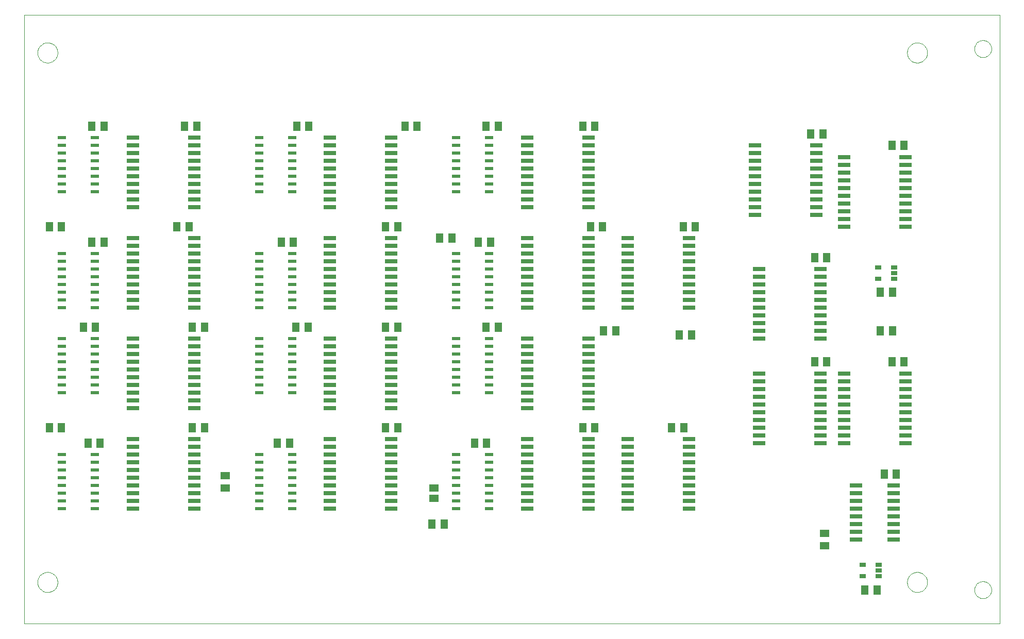
<source format=gtp>
G75*
G70*
%OFA0B0*%
%FSLAX24Y24*%
%IPPOS*%
%LPD*%
%AMOC8*
5,1,8,0,0,1.08239X$1,22.5*
%
%ADD10R,0.0800X0.0260*%
%ADD11R,0.0512X0.0630*%
%ADD12R,0.0390X0.0272*%
%ADD13R,0.0551X0.0236*%
%ADD14C,0.0000*%
%ADD15R,0.0630X0.0512*%
%ADD16R,0.0591X0.0512*%
D10*
X011868Y014870D03*
X011868Y015370D03*
X011868Y015870D03*
X011868Y016370D03*
X011868Y016870D03*
X011868Y017370D03*
X011868Y017870D03*
X011868Y018370D03*
X011868Y018870D03*
X011868Y019370D03*
X011868Y021370D03*
X011868Y021870D03*
X011868Y022370D03*
X011868Y022870D03*
X011868Y023370D03*
X011868Y023870D03*
X011868Y024370D03*
X011868Y024870D03*
X011868Y025370D03*
X011868Y025870D03*
X011868Y027870D03*
X011868Y028370D03*
X011868Y028870D03*
X011868Y029370D03*
X011868Y029870D03*
X011868Y030370D03*
X011868Y030870D03*
X011868Y031370D03*
X011868Y031870D03*
X011868Y032370D03*
X011868Y034370D03*
X011868Y034870D03*
X011868Y035370D03*
X011868Y035870D03*
X011868Y036370D03*
X011868Y036870D03*
X011868Y037370D03*
X011868Y037870D03*
X011868Y038370D03*
X011868Y038870D03*
X015828Y038870D03*
X015828Y038370D03*
X015828Y037870D03*
X015828Y037370D03*
X015828Y036870D03*
X015828Y036370D03*
X015828Y035870D03*
X015828Y035370D03*
X015828Y034870D03*
X015828Y034370D03*
X015828Y032370D03*
X015828Y031870D03*
X015828Y031370D03*
X015828Y030870D03*
X015828Y030370D03*
X015828Y029870D03*
X015828Y029370D03*
X015828Y028870D03*
X015828Y028370D03*
X015828Y027870D03*
X015828Y025870D03*
X015828Y025370D03*
X015828Y024870D03*
X015828Y024370D03*
X015828Y023870D03*
X015828Y023370D03*
X015828Y022870D03*
X015828Y022370D03*
X015828Y021870D03*
X015828Y021370D03*
X015828Y019370D03*
X015828Y018870D03*
X015828Y018370D03*
X015828Y017870D03*
X015828Y017370D03*
X015828Y016870D03*
X015828Y016370D03*
X015828Y015870D03*
X015828Y015370D03*
X015828Y014870D03*
X024618Y014870D03*
X024618Y015370D03*
X024618Y015870D03*
X024618Y016370D03*
X024618Y016870D03*
X024618Y017370D03*
X024618Y017870D03*
X024618Y018370D03*
X024618Y018870D03*
X024618Y019370D03*
X024618Y021370D03*
X024618Y021870D03*
X024618Y022370D03*
X024618Y022870D03*
X024618Y023370D03*
X024618Y023870D03*
X024618Y024370D03*
X024618Y024870D03*
X024618Y025370D03*
X024618Y025870D03*
X024618Y027870D03*
X024618Y028370D03*
X024618Y028870D03*
X024618Y029370D03*
X024618Y029870D03*
X024618Y030370D03*
X024618Y030870D03*
X024618Y031370D03*
X024618Y031870D03*
X024618Y032370D03*
X024618Y034370D03*
X024618Y034870D03*
X024618Y035370D03*
X024618Y035870D03*
X024618Y036370D03*
X024618Y036870D03*
X024618Y037370D03*
X024618Y037870D03*
X024618Y038370D03*
X024618Y038870D03*
X028578Y038870D03*
X028578Y038370D03*
X028578Y037870D03*
X028578Y037370D03*
X028578Y036870D03*
X028578Y036370D03*
X028578Y035870D03*
X028578Y035370D03*
X028578Y034870D03*
X028578Y034370D03*
X028578Y032370D03*
X028578Y031870D03*
X028578Y031370D03*
X028578Y030870D03*
X028578Y030370D03*
X028578Y029870D03*
X028578Y029370D03*
X028578Y028870D03*
X028578Y028370D03*
X028578Y027870D03*
X028578Y025870D03*
X028578Y025370D03*
X028578Y024870D03*
X028578Y024370D03*
X028578Y023870D03*
X028578Y023370D03*
X028578Y022870D03*
X028578Y022370D03*
X028578Y021870D03*
X028578Y021370D03*
X028578Y019370D03*
X028578Y018870D03*
X028578Y018370D03*
X028578Y017870D03*
X028578Y017370D03*
X028578Y016870D03*
X028578Y016370D03*
X028578Y015870D03*
X028578Y015370D03*
X028578Y014870D03*
X037368Y014870D03*
X037368Y015370D03*
X037368Y015870D03*
X037368Y016370D03*
X037368Y016870D03*
X037368Y017370D03*
X037368Y017870D03*
X037368Y018370D03*
X037368Y018870D03*
X037368Y019370D03*
X037368Y021370D03*
X037368Y021870D03*
X037368Y022370D03*
X037368Y022870D03*
X037368Y023370D03*
X037368Y023870D03*
X037368Y024370D03*
X037368Y024870D03*
X037368Y025370D03*
X037368Y025870D03*
X037368Y027870D03*
X037368Y028370D03*
X037368Y028870D03*
X037368Y029370D03*
X037368Y029870D03*
X037368Y030370D03*
X037368Y030870D03*
X037368Y031370D03*
X037368Y031870D03*
X037368Y032370D03*
X037368Y034370D03*
X037368Y034870D03*
X037368Y035370D03*
X037368Y035870D03*
X037368Y036370D03*
X037368Y036870D03*
X037368Y037370D03*
X037368Y037870D03*
X037368Y038370D03*
X037368Y038870D03*
X041328Y038870D03*
X041328Y038370D03*
X041328Y037870D03*
X041328Y037370D03*
X041328Y036870D03*
X041328Y036370D03*
X041328Y035870D03*
X041328Y035370D03*
X041328Y034870D03*
X041328Y034370D03*
X041328Y032370D03*
X041328Y031870D03*
X041328Y031370D03*
X041328Y030870D03*
X041328Y030370D03*
X041328Y029870D03*
X041328Y029370D03*
X041328Y028870D03*
X041328Y028370D03*
X041328Y027870D03*
X043868Y027870D03*
X043868Y028370D03*
X043868Y028870D03*
X043868Y029370D03*
X043868Y029870D03*
X043868Y030370D03*
X043868Y030870D03*
X043868Y031370D03*
X043868Y031870D03*
X043868Y032370D03*
X047828Y032370D03*
X047828Y031870D03*
X047828Y031370D03*
X047828Y030870D03*
X047828Y030370D03*
X047828Y029870D03*
X047828Y029370D03*
X047828Y028870D03*
X047828Y028370D03*
X047828Y027870D03*
X052368Y027870D03*
X052368Y028370D03*
X052368Y028870D03*
X052368Y029370D03*
X052368Y029870D03*
X052368Y030370D03*
X052368Y027370D03*
X052368Y026870D03*
X052368Y026370D03*
X052368Y025870D03*
X052368Y023620D03*
X052368Y023120D03*
X052368Y022620D03*
X052368Y022120D03*
X052368Y021620D03*
X052368Y021120D03*
X052368Y020620D03*
X052368Y020120D03*
X052368Y019620D03*
X052368Y019120D03*
X056328Y019120D03*
X056328Y019620D03*
X056328Y020120D03*
X056328Y020620D03*
X056328Y021120D03*
X056328Y021620D03*
X056328Y022120D03*
X056328Y022620D03*
X056328Y023120D03*
X056328Y023620D03*
X057868Y023620D03*
X057868Y023120D03*
X057868Y022620D03*
X057868Y022120D03*
X057868Y021620D03*
X057868Y021120D03*
X057868Y020620D03*
X057868Y020120D03*
X057868Y019620D03*
X057868Y019120D03*
X058638Y016370D03*
X058638Y015870D03*
X058638Y015370D03*
X058638Y014870D03*
X058638Y014370D03*
X058638Y013870D03*
X058638Y013370D03*
X058638Y012870D03*
X061058Y012870D03*
X061058Y013370D03*
X061058Y013870D03*
X061058Y014370D03*
X061058Y014870D03*
X061058Y015370D03*
X061058Y015870D03*
X061058Y016370D03*
X061828Y019120D03*
X061828Y019620D03*
X061828Y020120D03*
X061828Y020620D03*
X061828Y021120D03*
X061828Y021620D03*
X061828Y022120D03*
X061828Y022620D03*
X061828Y023120D03*
X061828Y023620D03*
X056328Y025870D03*
X056328Y026370D03*
X056328Y026870D03*
X056328Y027370D03*
X056328Y027870D03*
X056328Y028370D03*
X056328Y028870D03*
X056328Y029370D03*
X056328Y029870D03*
X056328Y030370D03*
X057868Y033120D03*
X057868Y033620D03*
X057868Y034120D03*
X057868Y034620D03*
X057868Y035120D03*
X057868Y035620D03*
X057868Y036120D03*
X057868Y036620D03*
X057868Y037120D03*
X057868Y037620D03*
X056078Y037870D03*
X056078Y038370D03*
X056078Y037370D03*
X056078Y036870D03*
X056078Y036370D03*
X056078Y035870D03*
X056078Y035370D03*
X056078Y034870D03*
X056078Y034370D03*
X056078Y033870D03*
X052118Y033870D03*
X052118Y034370D03*
X052118Y034870D03*
X052118Y035370D03*
X052118Y035870D03*
X052118Y036370D03*
X052118Y036870D03*
X052118Y037370D03*
X052118Y037870D03*
X052118Y038370D03*
X061828Y037620D03*
X061828Y037120D03*
X061828Y036620D03*
X061828Y036120D03*
X061828Y035620D03*
X061828Y035120D03*
X061828Y034620D03*
X061828Y034120D03*
X061828Y033620D03*
X061828Y033120D03*
X047828Y019370D03*
X047828Y018870D03*
X047828Y018370D03*
X047828Y017870D03*
X047828Y017370D03*
X047828Y016870D03*
X047828Y016370D03*
X047828Y015870D03*
X047828Y015370D03*
X047828Y014870D03*
X043868Y014870D03*
X043868Y015370D03*
X043868Y015870D03*
X043868Y016370D03*
X043868Y016870D03*
X043868Y017370D03*
X043868Y017870D03*
X043868Y018370D03*
X043868Y018870D03*
X043868Y019370D03*
X041328Y019370D03*
X041328Y018870D03*
X041328Y018370D03*
X041328Y017870D03*
X041328Y017370D03*
X041328Y016870D03*
X041328Y016370D03*
X041328Y015870D03*
X041328Y015370D03*
X041328Y014870D03*
X041328Y021370D03*
X041328Y021870D03*
X041328Y022370D03*
X041328Y022870D03*
X041328Y023370D03*
X041328Y023870D03*
X041328Y024370D03*
X041328Y024870D03*
X041328Y025370D03*
X041328Y025870D03*
D11*
X042304Y026370D03*
X043092Y026370D03*
X047204Y026120D03*
X047992Y026120D03*
X047492Y020120D03*
X046704Y020120D03*
X041742Y020120D03*
X040954Y020120D03*
X034742Y019120D03*
X033954Y019120D03*
X028992Y020120D03*
X028204Y020120D03*
X021992Y019120D03*
X021204Y019120D03*
X016492Y020120D03*
X015704Y020120D03*
X009742Y019120D03*
X008954Y019120D03*
X007242Y020120D03*
X006454Y020120D03*
X008654Y026620D03*
X009442Y026620D03*
X015704Y026620D03*
X016492Y026620D03*
X022404Y026620D03*
X023192Y026620D03*
X028204Y026620D03*
X028992Y026620D03*
X034704Y026620D03*
X035492Y026620D03*
X034992Y032120D03*
X034204Y032120D03*
X032492Y032370D03*
X031704Y032370D03*
X028992Y033120D03*
X028204Y033120D03*
X022242Y032120D03*
X021454Y032120D03*
X015492Y033120D03*
X014704Y033120D03*
X009992Y032120D03*
X009204Y032120D03*
X007242Y033120D03*
X006454Y033120D03*
X009204Y039620D03*
X009992Y039620D03*
X015204Y039620D03*
X015992Y039620D03*
X022454Y039620D03*
X023242Y039620D03*
X029454Y039620D03*
X030242Y039620D03*
X034704Y039620D03*
X035492Y039620D03*
X040954Y039620D03*
X041742Y039620D03*
X041454Y033120D03*
X042242Y033120D03*
X047454Y033120D03*
X048242Y033120D03*
X055954Y031120D03*
X056742Y031120D03*
X060204Y028870D03*
X060992Y028870D03*
X060992Y026370D03*
X060204Y026370D03*
X060954Y024370D03*
X061742Y024370D03*
X056742Y024370D03*
X055954Y024370D03*
X060454Y017120D03*
X061242Y017120D03*
X059992Y009620D03*
X059204Y009620D03*
X031992Y013870D03*
X031204Y013870D03*
X060954Y038370D03*
X061742Y038370D03*
X056492Y039120D03*
X055704Y039120D03*
D12*
X060086Y030494D03*
X060086Y029746D03*
X061106Y029746D03*
X061106Y030120D03*
X061106Y030494D03*
X060106Y011244D03*
X060106Y010870D03*
X060106Y010496D03*
X059086Y010496D03*
X059086Y011244D03*
D13*
X034917Y014870D03*
X034917Y015370D03*
X034917Y015870D03*
X034917Y016370D03*
X034917Y016870D03*
X034917Y017370D03*
X034917Y017870D03*
X034917Y018370D03*
X032779Y018370D03*
X032779Y017870D03*
X032779Y017370D03*
X032779Y016870D03*
X032779Y016370D03*
X032779Y015870D03*
X032779Y015370D03*
X032779Y014870D03*
X032779Y022370D03*
X032779Y022870D03*
X032779Y023370D03*
X032779Y023870D03*
X032779Y024370D03*
X032779Y024870D03*
X032779Y025370D03*
X032779Y025870D03*
X034917Y025870D03*
X034917Y025370D03*
X034917Y024870D03*
X034917Y024370D03*
X034917Y023870D03*
X034917Y023370D03*
X034917Y022870D03*
X034917Y022370D03*
X034917Y027870D03*
X034917Y028370D03*
X034917Y028870D03*
X034917Y029370D03*
X034917Y029870D03*
X034917Y030370D03*
X034917Y030870D03*
X034917Y031370D03*
X032779Y031370D03*
X032779Y030870D03*
X032779Y030370D03*
X032779Y029870D03*
X032779Y029370D03*
X032779Y028870D03*
X032779Y028370D03*
X032779Y027870D03*
X032779Y035370D03*
X032779Y035870D03*
X032779Y036370D03*
X032779Y036870D03*
X032779Y037370D03*
X032779Y037870D03*
X032779Y038370D03*
X032779Y038870D03*
X034917Y038870D03*
X034917Y038370D03*
X034917Y037870D03*
X034917Y037370D03*
X034917Y036870D03*
X034917Y036370D03*
X034917Y035870D03*
X034917Y035370D03*
X022167Y035370D03*
X022167Y035870D03*
X022167Y036370D03*
X022167Y036870D03*
X022167Y037370D03*
X022167Y037870D03*
X022167Y038370D03*
X022167Y038870D03*
X020029Y038870D03*
X020029Y038370D03*
X020029Y037870D03*
X020029Y037370D03*
X020029Y036870D03*
X020029Y036370D03*
X020029Y035870D03*
X020029Y035370D03*
X020029Y031370D03*
X020029Y030870D03*
X020029Y030370D03*
X020029Y029870D03*
X020029Y029370D03*
X020029Y028870D03*
X020029Y028370D03*
X020029Y027870D03*
X022167Y027870D03*
X022167Y028370D03*
X022167Y028870D03*
X022167Y029370D03*
X022167Y029870D03*
X022167Y030370D03*
X022167Y030870D03*
X022167Y031370D03*
X022167Y025870D03*
X022167Y025370D03*
X022167Y024870D03*
X022167Y024370D03*
X022167Y023870D03*
X022167Y023370D03*
X022167Y022870D03*
X022167Y022370D03*
X020029Y022370D03*
X020029Y022870D03*
X020029Y023370D03*
X020029Y023870D03*
X020029Y024370D03*
X020029Y024870D03*
X020029Y025370D03*
X020029Y025870D03*
X020029Y018370D03*
X020029Y017870D03*
X020029Y017370D03*
X020029Y016870D03*
X020029Y016370D03*
X020029Y015870D03*
X020029Y015370D03*
X020029Y014870D03*
X022167Y014870D03*
X022167Y015370D03*
X022167Y015870D03*
X022167Y016370D03*
X022167Y016870D03*
X022167Y017370D03*
X022167Y017870D03*
X022167Y018370D03*
X009417Y018370D03*
X009417Y017870D03*
X009417Y017370D03*
X009417Y016870D03*
X009417Y016370D03*
X009417Y015870D03*
X009417Y015370D03*
X009417Y014870D03*
X007279Y014870D03*
X007279Y015370D03*
X007279Y015870D03*
X007279Y016370D03*
X007279Y016870D03*
X007279Y017370D03*
X007279Y017870D03*
X007279Y018370D03*
X007279Y022370D03*
X007279Y022870D03*
X007279Y023370D03*
X007279Y023870D03*
X007279Y024370D03*
X007279Y024870D03*
X007279Y025370D03*
X007279Y025870D03*
X009417Y025870D03*
X009417Y025370D03*
X009417Y024870D03*
X009417Y024370D03*
X009417Y023870D03*
X009417Y023370D03*
X009417Y022870D03*
X009417Y022370D03*
X009417Y027870D03*
X009417Y028370D03*
X009417Y028870D03*
X009417Y029370D03*
X009417Y029870D03*
X009417Y030370D03*
X009417Y030870D03*
X009417Y031370D03*
X007279Y031370D03*
X007279Y030870D03*
X007279Y030370D03*
X007279Y029870D03*
X007279Y029370D03*
X007279Y028870D03*
X007279Y028370D03*
X007279Y027870D03*
X007279Y035370D03*
X007279Y035870D03*
X007279Y036370D03*
X007279Y036870D03*
X007279Y037370D03*
X007279Y037870D03*
X007279Y038370D03*
X007279Y038870D03*
X009417Y038870D03*
X009417Y038370D03*
X009417Y037870D03*
X009417Y037370D03*
X009417Y036870D03*
X009417Y036370D03*
X009417Y035870D03*
X009417Y035370D03*
D14*
X004848Y046810D02*
X004848Y007430D01*
X067948Y007430D01*
X067948Y046810D01*
X004848Y046810D01*
X005698Y044370D02*
X005700Y044420D01*
X005706Y044470D01*
X005716Y044520D01*
X005729Y044568D01*
X005746Y044616D01*
X005767Y044662D01*
X005791Y044706D01*
X005819Y044748D01*
X005850Y044788D01*
X005884Y044825D01*
X005921Y044860D01*
X005960Y044891D01*
X006001Y044920D01*
X006045Y044945D01*
X006091Y044967D01*
X006138Y044985D01*
X006186Y044999D01*
X006235Y045010D01*
X006285Y045017D01*
X006335Y045020D01*
X006386Y045019D01*
X006436Y045014D01*
X006486Y045005D01*
X006534Y044993D01*
X006582Y044976D01*
X006628Y044956D01*
X006673Y044933D01*
X006716Y044906D01*
X006756Y044876D01*
X006794Y044843D01*
X006829Y044807D01*
X006862Y044768D01*
X006891Y044727D01*
X006917Y044684D01*
X006940Y044639D01*
X006959Y044592D01*
X006974Y044544D01*
X006986Y044495D01*
X006994Y044445D01*
X006998Y044395D01*
X006998Y044345D01*
X006994Y044295D01*
X006986Y044245D01*
X006974Y044196D01*
X006959Y044148D01*
X006940Y044101D01*
X006917Y044056D01*
X006891Y044013D01*
X006862Y043972D01*
X006829Y043933D01*
X006794Y043897D01*
X006756Y043864D01*
X006716Y043834D01*
X006673Y043807D01*
X006628Y043784D01*
X006582Y043764D01*
X006534Y043747D01*
X006486Y043735D01*
X006436Y043726D01*
X006386Y043721D01*
X006335Y043720D01*
X006285Y043723D01*
X006235Y043730D01*
X006186Y043741D01*
X006138Y043755D01*
X006091Y043773D01*
X006045Y043795D01*
X006001Y043820D01*
X005960Y043849D01*
X005921Y043880D01*
X005884Y043915D01*
X005850Y043952D01*
X005819Y043992D01*
X005791Y044034D01*
X005767Y044078D01*
X005746Y044124D01*
X005729Y044172D01*
X005716Y044220D01*
X005706Y044270D01*
X005700Y044320D01*
X005698Y044370D01*
X005698Y010120D02*
X005700Y010170D01*
X005706Y010220D01*
X005716Y010270D01*
X005729Y010318D01*
X005746Y010366D01*
X005767Y010412D01*
X005791Y010456D01*
X005819Y010498D01*
X005850Y010538D01*
X005884Y010575D01*
X005921Y010610D01*
X005960Y010641D01*
X006001Y010670D01*
X006045Y010695D01*
X006091Y010717D01*
X006138Y010735D01*
X006186Y010749D01*
X006235Y010760D01*
X006285Y010767D01*
X006335Y010770D01*
X006386Y010769D01*
X006436Y010764D01*
X006486Y010755D01*
X006534Y010743D01*
X006582Y010726D01*
X006628Y010706D01*
X006673Y010683D01*
X006716Y010656D01*
X006756Y010626D01*
X006794Y010593D01*
X006829Y010557D01*
X006862Y010518D01*
X006891Y010477D01*
X006917Y010434D01*
X006940Y010389D01*
X006959Y010342D01*
X006974Y010294D01*
X006986Y010245D01*
X006994Y010195D01*
X006998Y010145D01*
X006998Y010095D01*
X006994Y010045D01*
X006986Y009995D01*
X006974Y009946D01*
X006959Y009898D01*
X006940Y009851D01*
X006917Y009806D01*
X006891Y009763D01*
X006862Y009722D01*
X006829Y009683D01*
X006794Y009647D01*
X006756Y009614D01*
X006716Y009584D01*
X006673Y009557D01*
X006628Y009534D01*
X006582Y009514D01*
X006534Y009497D01*
X006486Y009485D01*
X006436Y009476D01*
X006386Y009471D01*
X006335Y009470D01*
X006285Y009473D01*
X006235Y009480D01*
X006186Y009491D01*
X006138Y009505D01*
X006091Y009523D01*
X006045Y009545D01*
X006001Y009570D01*
X005960Y009599D01*
X005921Y009630D01*
X005884Y009665D01*
X005850Y009702D01*
X005819Y009742D01*
X005791Y009784D01*
X005767Y009828D01*
X005746Y009874D01*
X005729Y009922D01*
X005716Y009970D01*
X005706Y010020D01*
X005700Y010070D01*
X005698Y010120D01*
X061948Y010120D02*
X061950Y010170D01*
X061956Y010220D01*
X061966Y010270D01*
X061979Y010318D01*
X061996Y010366D01*
X062017Y010412D01*
X062041Y010456D01*
X062069Y010498D01*
X062100Y010538D01*
X062134Y010575D01*
X062171Y010610D01*
X062210Y010641D01*
X062251Y010670D01*
X062295Y010695D01*
X062341Y010717D01*
X062388Y010735D01*
X062436Y010749D01*
X062485Y010760D01*
X062535Y010767D01*
X062585Y010770D01*
X062636Y010769D01*
X062686Y010764D01*
X062736Y010755D01*
X062784Y010743D01*
X062832Y010726D01*
X062878Y010706D01*
X062923Y010683D01*
X062966Y010656D01*
X063006Y010626D01*
X063044Y010593D01*
X063079Y010557D01*
X063112Y010518D01*
X063141Y010477D01*
X063167Y010434D01*
X063190Y010389D01*
X063209Y010342D01*
X063224Y010294D01*
X063236Y010245D01*
X063244Y010195D01*
X063248Y010145D01*
X063248Y010095D01*
X063244Y010045D01*
X063236Y009995D01*
X063224Y009946D01*
X063209Y009898D01*
X063190Y009851D01*
X063167Y009806D01*
X063141Y009763D01*
X063112Y009722D01*
X063079Y009683D01*
X063044Y009647D01*
X063006Y009614D01*
X062966Y009584D01*
X062923Y009557D01*
X062878Y009534D01*
X062832Y009514D01*
X062784Y009497D01*
X062736Y009485D01*
X062686Y009476D01*
X062636Y009471D01*
X062585Y009470D01*
X062535Y009473D01*
X062485Y009480D01*
X062436Y009491D01*
X062388Y009505D01*
X062341Y009523D01*
X062295Y009545D01*
X062251Y009570D01*
X062210Y009599D01*
X062171Y009630D01*
X062134Y009665D01*
X062100Y009702D01*
X062069Y009742D01*
X062041Y009784D01*
X062017Y009828D01*
X061996Y009874D01*
X061979Y009922D01*
X061966Y009970D01*
X061956Y010020D01*
X061950Y010070D01*
X061948Y010120D01*
X066298Y009620D02*
X066300Y009667D01*
X066306Y009713D01*
X066316Y009759D01*
X066329Y009803D01*
X066347Y009847D01*
X066368Y009888D01*
X066392Y009928D01*
X066420Y009966D01*
X066451Y010001D01*
X066485Y010033D01*
X066521Y010062D01*
X066560Y010088D01*
X066600Y010111D01*
X066643Y010130D01*
X066687Y010146D01*
X066732Y010158D01*
X066778Y010166D01*
X066825Y010170D01*
X066871Y010170D01*
X066918Y010166D01*
X066964Y010158D01*
X067009Y010146D01*
X067053Y010130D01*
X067096Y010111D01*
X067136Y010088D01*
X067175Y010062D01*
X067211Y010033D01*
X067245Y010001D01*
X067276Y009966D01*
X067304Y009928D01*
X067328Y009888D01*
X067349Y009847D01*
X067367Y009803D01*
X067380Y009759D01*
X067390Y009713D01*
X067396Y009667D01*
X067398Y009620D01*
X067396Y009573D01*
X067390Y009527D01*
X067380Y009481D01*
X067367Y009437D01*
X067349Y009393D01*
X067328Y009352D01*
X067304Y009312D01*
X067276Y009274D01*
X067245Y009239D01*
X067211Y009207D01*
X067175Y009178D01*
X067136Y009152D01*
X067096Y009129D01*
X067053Y009110D01*
X067009Y009094D01*
X066964Y009082D01*
X066918Y009074D01*
X066871Y009070D01*
X066825Y009070D01*
X066778Y009074D01*
X066732Y009082D01*
X066687Y009094D01*
X066643Y009110D01*
X066600Y009129D01*
X066560Y009152D01*
X066521Y009178D01*
X066485Y009207D01*
X066451Y009239D01*
X066420Y009274D01*
X066392Y009312D01*
X066368Y009352D01*
X066347Y009393D01*
X066329Y009437D01*
X066316Y009481D01*
X066306Y009527D01*
X066300Y009573D01*
X066298Y009620D01*
X061948Y044370D02*
X061950Y044420D01*
X061956Y044470D01*
X061966Y044520D01*
X061979Y044568D01*
X061996Y044616D01*
X062017Y044662D01*
X062041Y044706D01*
X062069Y044748D01*
X062100Y044788D01*
X062134Y044825D01*
X062171Y044860D01*
X062210Y044891D01*
X062251Y044920D01*
X062295Y044945D01*
X062341Y044967D01*
X062388Y044985D01*
X062436Y044999D01*
X062485Y045010D01*
X062535Y045017D01*
X062585Y045020D01*
X062636Y045019D01*
X062686Y045014D01*
X062736Y045005D01*
X062784Y044993D01*
X062832Y044976D01*
X062878Y044956D01*
X062923Y044933D01*
X062966Y044906D01*
X063006Y044876D01*
X063044Y044843D01*
X063079Y044807D01*
X063112Y044768D01*
X063141Y044727D01*
X063167Y044684D01*
X063190Y044639D01*
X063209Y044592D01*
X063224Y044544D01*
X063236Y044495D01*
X063244Y044445D01*
X063248Y044395D01*
X063248Y044345D01*
X063244Y044295D01*
X063236Y044245D01*
X063224Y044196D01*
X063209Y044148D01*
X063190Y044101D01*
X063167Y044056D01*
X063141Y044013D01*
X063112Y043972D01*
X063079Y043933D01*
X063044Y043897D01*
X063006Y043864D01*
X062966Y043834D01*
X062923Y043807D01*
X062878Y043784D01*
X062832Y043764D01*
X062784Y043747D01*
X062736Y043735D01*
X062686Y043726D01*
X062636Y043721D01*
X062585Y043720D01*
X062535Y043723D01*
X062485Y043730D01*
X062436Y043741D01*
X062388Y043755D01*
X062341Y043773D01*
X062295Y043795D01*
X062251Y043820D01*
X062210Y043849D01*
X062171Y043880D01*
X062134Y043915D01*
X062100Y043952D01*
X062069Y043992D01*
X062041Y044034D01*
X062017Y044078D01*
X061996Y044124D01*
X061979Y044172D01*
X061966Y044220D01*
X061956Y044270D01*
X061950Y044320D01*
X061948Y044370D01*
X066298Y044620D02*
X066300Y044667D01*
X066306Y044713D01*
X066316Y044759D01*
X066329Y044803D01*
X066347Y044847D01*
X066368Y044888D01*
X066392Y044928D01*
X066420Y044966D01*
X066451Y045001D01*
X066485Y045033D01*
X066521Y045062D01*
X066560Y045088D01*
X066600Y045111D01*
X066643Y045130D01*
X066687Y045146D01*
X066732Y045158D01*
X066778Y045166D01*
X066825Y045170D01*
X066871Y045170D01*
X066918Y045166D01*
X066964Y045158D01*
X067009Y045146D01*
X067053Y045130D01*
X067096Y045111D01*
X067136Y045088D01*
X067175Y045062D01*
X067211Y045033D01*
X067245Y045001D01*
X067276Y044966D01*
X067304Y044928D01*
X067328Y044888D01*
X067349Y044847D01*
X067367Y044803D01*
X067380Y044759D01*
X067390Y044713D01*
X067396Y044667D01*
X067398Y044620D01*
X067396Y044573D01*
X067390Y044527D01*
X067380Y044481D01*
X067367Y044437D01*
X067349Y044393D01*
X067328Y044352D01*
X067304Y044312D01*
X067276Y044274D01*
X067245Y044239D01*
X067211Y044207D01*
X067175Y044178D01*
X067136Y044152D01*
X067096Y044129D01*
X067053Y044110D01*
X067009Y044094D01*
X066964Y044082D01*
X066918Y044074D01*
X066871Y044070D01*
X066825Y044070D01*
X066778Y044074D01*
X066732Y044082D01*
X066687Y044094D01*
X066643Y044110D01*
X066600Y044129D01*
X066560Y044152D01*
X066521Y044178D01*
X066485Y044207D01*
X066451Y044239D01*
X066420Y044274D01*
X066392Y044312D01*
X066368Y044352D01*
X066347Y044393D01*
X066329Y044437D01*
X066316Y044481D01*
X066306Y044527D01*
X066300Y044573D01*
X066298Y044620D01*
D15*
X056598Y013263D03*
X056598Y012476D03*
X017848Y016226D03*
X017848Y017013D03*
D16*
X031348Y016204D03*
X031348Y015535D03*
M02*

</source>
